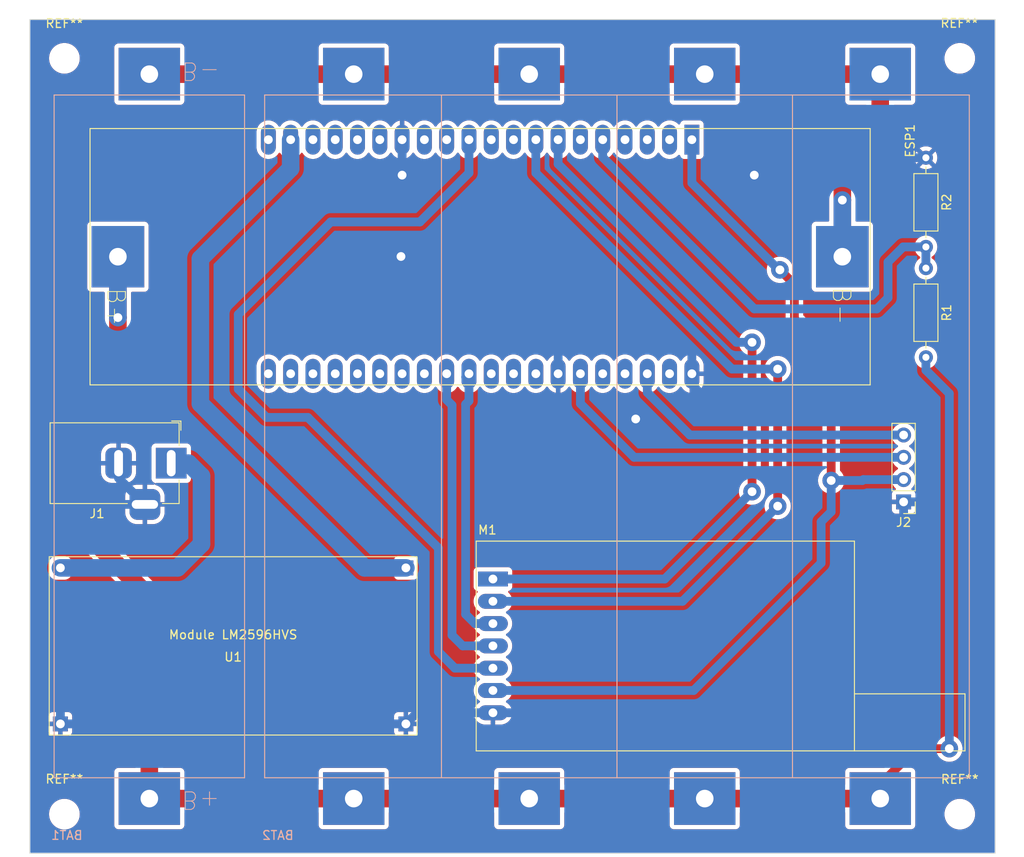
<source format=kicad_pcb>
(kicad_pcb (version 20241229) (generator "pcbnew") (generator_version "9.0")
  (layers (0 "F.Cu" signal) (2 "B.Cu" signal) (13 "F.Paste" user) (15 "B.Paste" user) (5 "F.SilkS" user "F.Silkscreen") (7 "B.SilkS" user "B.Silkscreen") (1 "F.Mask" user) (3 "B.Mask" user) (25 "Edge.Cuts" user))
  (net 0 "")
  (net 1 "B+")
  (net 2 "B-")
  (net 4 "GND")
  (net 7 "ESP32_UART_2_RX")
  (net 10 "E32_433T30D_M1")
  (net 12 "ESP32_UART_2_TX")
  (net 19 "+5V")
  (net 25 "E32_433T30D_M0")
  (net 26 "BATT_SENS")
  (net 29 "+3.3V")
  (net 31 "E32_433T30D_AUX")
  (net 32 "ESP32_I2C_SCL")
  (net 37 "ESP32_I2C_SDA")
  (net 39 "PWR")
  (footprint "MountingHole:MountingHole_3mm" (layer "F.Cu") (at 74.803 45.1358)
    (property "Reference" "REF**" (at 0 -4 0) (layer "F.SilkS"))
    (property "Value" "MountingHole_3mm")
    (pad "" np_thru_hole circle (at 0 -0.0254) (size 3 3) (drill 3) (layers "*.Cu" "*.Mask"))
  )
  (footprint "custom_lib:LM2596HVS_Module_PDIP" (layer "F.Cu") (at 94.0308 112.0648)
    (property "Reference" "U1" (at 0 1.27 0) (layer "F.SilkS"))
    (property "Value" "LM2596HVS_Module")
    (fp_rect (start -20.955 -10.16) (end 20.955 10.16) (stroke (width 0.12)) (fill no) (layer "F.SilkS"))
    (fp_text user "Module LM2596HVS" (at 0 -1.27 0) (layer "F.SilkS"))
    (pad "1" thru_hole roundrect (at -19.685 -8.89) (size 1.7 1.7) (drill 1) (layers "*.Cu" "*.Mask") (net 39 "PWR"))
    (pad "2" thru_hole rect (at -19.685 8.89) (size 1.7 1.7) (drill 1) (layers "*.Cu" "*.Mask") (net 4 "GND"))
    (pad "3" thru_hole rect (at 19.685 8.89) (size 1.7 1.7) (drill 1) (layers "*.Cu" "*.Mask") (net 4 "GND"))
    (pad "4" thru_hole rect (at 19.685 -8.89) (size 1.7 1.7) (drill 1) (layers "*.Cu" "*.Mask") (net 19 "+5V"))
  )
  (footprint "MountingHole:MountingHole_3mm" (layer "F.Cu") (at 176.784 45.1104)
    (property "Reference" "REF**" (at 0 -4 0) (layer "F.SilkS"))
    (property "Value" "MountingHole_3mm")
    (pad "" np_thru_hole circle (at 0.0508 0) (size 3 3) (drill 3) (layers "*.Cu" "*.Mask"))
  )
  (footprint "Connector_BarrelJack:BarrelJack_Horizontal" (layer "F.Cu") (at 86.9752 91.2445)
    (property "Reference" "J1" (at -8.45 5.75 0) (layer "F.SilkS"))
    (property "Value" "Jack P4 - Fonte")
    (fp_line (start -13.8 -4.6) (end 0.9 -4.6) (stroke (width 0.12)) (layer "F.SilkS"))
    (fp_line (start -13.8 4.6) (end -13.8 -4.6) (stroke (width 0.12)) (layer "F.SilkS"))
    (fp_line (start -5 4.6) (end -13.8 4.6) (stroke (width 0.12)) (layer "F.SilkS"))
    (fp_line (start 0.05 -4.8) (end 1.1 -4.8) (stroke (width 0.12)) (layer "F.SilkS"))
    (fp_line (start 0.9 -4.6) (end 0.9 -2) (stroke (width 0.12)) (layer "F.SilkS"))
    (fp_line (start 0.9 1.9) (end 0.9 4.6) (stroke (width 0.12)) (layer "F.SilkS"))
    (fp_line (start 0.9 4.6) (end -1 4.6) (stroke (width 0.12)) (layer "F.SilkS"))
    (fp_line (start 1.1 -3.75) (end 1.1 -4.8) (stroke (width 0.12)) (layer "F.SilkS"))
    (pad "1" thru_hole rect (at 0 0) (size 3.5 3.5) (drill oval 1 3) (layers "*.Cu" "*.Mask") (net 39 "PWR"))
    (pad "2" thru_hole roundrect (at -6 0) (size 3 3.5) (drill oval 1 3) (layers "*.Cu" "*.Mask") (net 4 "GND"))
    (pad "3" thru_hole roundrect (at -3 4.7) (size 3.5 3.5) (drill oval 3 1) (layers "*.Cu" "*.Mask") (net 4 "GND"))
  )
  (footprint "Custom:E32-433T30D LoRa Module" (layer "F.Cu") (at 123.6345 104.4448)
    (property "Reference" "M1" (at -0.635 -5.588 0) (layer "F.SilkS"))
    (property "Value" "E32-433T30D_LoRa_Module")
    (fp_line (start -1.905 -4.318) (end -1.905 19.582) (stroke (width 0.12)) (layer "F.SilkS"))
    (fp_line (start -1.905 -4.318) (end 41.195 -4.318) (stroke (width 0.12)) (layer "F.SilkS"))
    (fp_line (start -1.905 19.582) (end 41.195 19.582) (stroke (width 0.12)) (layer "F.SilkS"))
    (fp_line (start 41.195 -4.318) (end 41.195 19.582) (stroke (width 0.12)) (layer "F.SilkS"))
    (fp_line (start 41.195 13.082) (end 53.795 13.082) (stroke (width 0.12)) (layer "F.SilkS"))
    (fp_line (start 41.195 19.582) (end 53.795 19.582) (stroke (width 0.12)) (layer "F.SilkS"))
    (fp_line (start 53.795 13.082) (end 53.795 19.582) (stroke (width 0.12)) (layer "F.SilkS"))
    (pad "1" thru_hole rect (at 0 0) (size 3.4 1.7) (drill 1) (layers "*.Cu" "*.Mask") (net 25 "E32_433T30D_M0"))
    (pad "2" thru_hole oval (at 0 2.54) (size 3.4 1.7) (drill 1) (layers "*.Cu" "*.Mask") (net 10 "E32_433T30D_M1"))
    (pad "3" thru_hole oval (at 0 5.08) (size 3.4 1.7) (drill 1) (layers "*.Cu" "*.Mask") (net 12 "ESP32_UART_2_TX"))
    (pad "4" thru_hole oval (at 0 7.62) (size 3.4 1.7) (drill 1) (layers "*.Cu" "*.Mask") (net 7 "ESP32_UART_2_RX"))
    (pad "5" thru_hole oval (at 0 10.16) (size 3.4 1.7) (drill 1) (layers "*.Cu" "*.Mask") (net 31 "E32_433T30D_AUX"))
    (pad "6" thru_hole oval (at 0 12.7) (size 3.4 1.7) (drill 1) (layers "*.Cu" "*.Mask") (net 29 "+3.3V"))
    (pad "7" thru_hole oval (at 0 15.24) (size 3.4 1.7) (drill 1) (layers "*.Cu" "*.Mask") (net 4 "GND"))
  )
  (footprint "Connector_PinHeader_2.54mm:PinHeader_1x04_P2.54mm_Vertical" (layer "F.Cu") (at 170.434 95.6564 180)
    (property "Reference" "J2" (at 0 -2.33 0) (layer "F.SilkS"))
    (property "Value" "I2C_Out")
    (fp_line (start 1.33 1.27) (end 1.33 8.95) (stroke (width 0.12)) (layer "F.SilkS"))
    (fp_line (start -1.33 8.95) (end 1.33 8.95) (stroke (width 0.12)) (layer "F.SilkS"))
    (fp_line (start -1.33 1.27) (end 1.33 1.27) (stroke (width 0.12)) (layer "F.SilkS"))
    (fp_line (start -1.33 1.27) (end -1.33 8.95) (stroke (width 0.12)) (layer "F.SilkS"))
    (fp_line (start -1.33 0) (end -1.33 -1.33) (stroke (width 0.12)) (layer "F.SilkS"))
    (fp_line (start -1.33 -1.33) (end 0 -1.33) (stroke (width 0.12)) (layer "F.SilkS"))
    (pad "1" thru_hole rect (at 0 0 180) (size 1.7 1.7) (drill 1) (layers "*.Cu" "*.Mask") (net 4 "GND"))
    (pad "2" thru_hole oval (at 0 2.54 180) (size 1.7 1.7) (drill 1) (layers "*.Cu" "*.Mask") (net 29 "+3.3V"))
    (pad "3" thru_hole oval (at 0 5.08 180) (size 1.7 1.7) (drill 1) (layers "*.Cu" "*.Mask") (net 37 "ESP32_I2C_SDA"))
    (pad "4" thru_hole oval (at 0 7.62 180) (size 1.7 1.7) (drill 1) (layers "*.Cu" "*.Mask") (net 32 "ESP32_I2C_SCL"))
  )
  (footprint "Resistor_THT:R_Axial_DIN0207_L6.3mm_D2.5mm_P10.16mm_Horizontal" (layer "F.Cu") (at 172.974 69.0188 -90)
    (property "Reference" "R1" (at 5.08 -2.37 90) (layer "F.SilkS"))
    (property "Value" "2.2 kR")
    (fp_line (start 1.81 1.37) (end 8.35 1.37) (stroke (width 0.12)) (layer "F.SilkS"))
    (fp_line (start 8.35 1.37) (end 8.35 -1.37) (stroke (width 0.12)) (layer "F.SilkS"))
    (fp_line (start 1.04 0) (end 1.81 0) (stroke (width 0.12)) (layer "F.SilkS"))
    (fp_line (start 9.12 0) (end 8.35 0) (stroke (width 0.12)) (layer "F.SilkS"))
    (fp_line (start 1.81 -1.37) (end 1.81 1.37) (stroke (width 0.12)) (layer "F.SilkS"))
    (fp_line (start 8.35 -1.37) (end 1.81 -1.37) (stroke (width 0.12)) (layer "F.SilkS"))
    (pad "1" thru_hole circle (at 0 0 270) (size 1.6 1.6) (drill 0.8) (layers "*.Cu" "*.Mask") (net 26 "BATT_SENS"))
    (pad "2" thru_hole oval (at 10.16 0 270) (size 1.6 1.6) (drill 0.8) (layers "*.Cu" "*.Mask") (net 1 "B+"))
  )
  (footprint "MountingHole:MountingHole_3mm" (layer "F.Cu") (at 176.8348 131.2672)
    (property "Reference" "REF**" (at 0 -4 0) (layer "F.SilkS"))
    (property "Value" "MountingHole_3mm")
    (pad "" np_thru_hole circle (at 0 -0.0254) (size 3 3) (drill 3) (layers "*.Cu" "*.Mask"))
  )
  (footprint "Custom:WeMos ESP32 Board with 18650 Battery Holder" (layer "F.Cu") (at 146.304 54.3814 -90)
    (property "Reference" "ESP1" (at 0.126 -24.874 90) (layer "F.SilkS"))
    (property "Value" "WeMos_ESP32_Board_with_18650_Battery_Holder")
    (fp_line (start -1.27 68.58) (end 27.94 68.58) (stroke (width 0.12)) (layer "F.SilkS"))
    (fp_line (start -1.27 -20.32) (end -1.27 68.58) (stroke (width 0.12)) (layer "F.SilkS"))
    (fp_line (start -1.27 -20.32) (end 27.94 -20.32) (stroke (width 0.12)) (layer "F.SilkS"))
    (fp_line (start 27.94 -20.32) (end 27.94 68.58) (stroke (width 0.12)) (layer "F.SilkS"))
    (fp_text user "B+" (at 16.764 66.802 270) (layer "F.SilkS") (effects (font (size 2 2) (thickness 0.1)) (justify left bottom)))
    (fp_text user "B-" (at 16.637 -15.875 270) (layer "F.SilkS") (effects (font (size 2 2) (thickness 0.1)) (justify left bottom)))
    (pad "1" thru_hole rect (at 0 0 270) (size 3.4 1.7) (drill 1) (layers "*.Cu" "*.Mask") (net 29 "+3.3V"))
    (pad "2" thru_hole oval (at 0 2.54 270) (size 3.4 1.7) (drill 1) (layers "*.Cu" "*.Mask"))
    (pad "3" thru_hole oval (at 0 5.08 270) (size 3.4 1.7) (drill 1) (layers "*.Cu" "*.Mask"))
    (pad "4" thru_hole oval (at 0 7.62 270) (size 3.4 1.7) (drill 1) (layers "*.Cu" "*.Mask"))
    (pad "5" thru_hole oval (at 0 10.16 270) (size 3.4 1.7) (drill 1) (layers "*.Cu" "*.Mask") (net 26 "BATT_SENS"))
    (pad "6" thru_hole oval (at 0 12.7 270) (size 3.4 1.7) (drill 1) (layers "*.Cu" "*.Mask"))
    (pad "7" thru_hole oval (at 0 15.24 270) (size 3.4 1.7) (drill 1) (layers "*.Cu" "*.Mask") (net 25 "E32_433T30D_M0"))
    (pad "8" thru_hole oval (at 0 17.78 270) (size 3.4 1.7) (drill 1) (layers "*.Cu" "*.Mask") (net 10 "E32_433T30D_M1"))
    (pad "9" thru_hole oval (at 0 20.32 270) (size 3.4 1.7) (drill 1) (layers "*.Cu" "*.Mask"))
    (pad "10" thru_hole oval (at 0 22.86 270) (size 3.4 1.7) (drill 1) (layers "*.Cu" "*.Mask"))
    (pad "11" thru_hole oval (at 0 25.4 270) (size 3.4 1.7) (drill 1) (layers "*.Cu" "*.Mask") (net 31 "E32_433T30D_AUX"))
    (pad "12" thru_hole oval (at 0 27.94 270) (size 3.4 1.7) (drill 1) (layers "*.Cu" "*.Mask"))
    (pad "13" thru_hole oval (at 0 30.48 270) (size 3.4 1.7) (drill 1) (layers "*.Cu" "*.Mask"))
    (pad "14" thru_hole oval (at 0 33.02 270) (size 3.4 1.7) (drill 1) (layers "*.Cu" "*.Mask") (net 4 "GND"))
    (pad "15" thru_hole oval (at 0 35.56 270) (size 3.4 1.7) (drill 1) (layers "*.Cu" "*.Mask"))
    (pad "16" thru_hole oval (at 0 38.1 270) (size 3.4 1.7) (drill 1) (layers "*.Cu" "*.Mask"))
    (pad "17" thru_hole oval (at 0 40.64 270) (size 3.4 1.7) (drill 1) (layers "*.Cu" "*.Mask"))
    (pad "18" thru_hole oval (at 0 43.18 270) (size 3.4 1.7) (drill 1) (layers "*.Cu" "*.Mask"))
    (pad "19" thru_hole oval (at 0 45.72 270) (size 3.4 1.7) (drill 1) (layers "*.Cu" "*.Mask") (net 19 "+5V"))
    (pad "20" thru_hole oval (at 0 48.26 270) (size 3.4 1.7) (drill 1) (layers "*.Cu" "*.Mask"))
    (pad "21" thru_hole oval (at 26.67 48.26 270) (size 3.4 1.7) (drill 1) (layers "*.Cu" "*.Mask"))
    (pad "22" thru_hole oval (at 26.67 45.72 270) (size 3.4 1.7) (drill 1) (layers "*.Cu" "*.Mask"))
    (pad "23" thru_hole oval (at 26.67 43.18 270) (size 3.4 1.7) (drill 1) (layers "*.Cu" "*.Mask"))
    (pad "24" thru_hole oval (at 26.67 40.64 270) (size 3.4 1.7) (drill 1) (layers "*.Cu" "*.Mask"))
    (pad "25" thru_hole oval (at 26.67 38.1 270) (size 3.4 1.7) (drill 1) (layers "*.Cu" "*.Mask"))
    (pad "26" thru_hole oval (at 26.67 35.56 270) (size 3.4 1.7) (drill 1) (layers "*.Cu" "*.Mask"))
    (pad "27" thru_hole oval (at 26.67 33.02 270) (size 3.4 1.7) (drill 1) (layers "*.Cu" "*.Mask"))
    (pad "28" thru_hole oval (at 26.67 30.48 270) (size 3.4 1.7) (drill 1) (layers "*.Cu" "*.Mask"))
    (pad "29" thru_hole oval (at 26.67 27.94 270) (size 3.4 1.7) (drill 1) (layers "*.Cu" "*.Mask") (net 7 "ESP32_UART_2_RX"))
    (pad "30" thru_hole oval (at 26.67 25.4 270) (size 3.4 1.7) (drill 1) (layers "*.Cu" "*.Mask") (net 12 "ESP32_UART_2_TX"))
    (pad "31" thru_hole oval (at 26.67 22.86 270) (size 3.4 1.7) (drill 1) (layers "*.Cu" "*.Mask"))
    (pad "32" thru_hole oval (at 26.67 20.32 270) (size 3.4 1.7) (drill 1) (layers "*.Cu" "*.Mask"))
    (pad "33" thru_hole oval (at 26.67 17.78 270) (size 3.4 1.7) (drill 1) (layers "*.Cu" "*.Mask"))
    (pad "34" thru_hole oval (at 26.67 15.24 270) (size 3.4 1.7) (drill 1) (layers "*.Cu" "*.Mask") (net 4 "GND"))
    (pad "35" thru_hole oval (at 26.67 12.7 270) (size 3.4 1.7) (drill 1) (layers "*.Cu" "*.Mask") (net 37 "ESP32_I2C_SDA"))
    (pad "36" thru_hole oval (at 26.67 10.16 270) (size 3.4 1.7) (drill 1) (layers "*.Cu" "*.Mask"))
    (pad "37" thru_hole oval (at 26.67 7.62 270) (size 3.4 1.7) (drill 1) (layers "*.Cu" "*.Mask"))
    (pad "38" thru_hole oval (at 26.67 5.08 270) (size 3.4 1.7) (drill 1) (layers "*.Cu" "*.Mask") (net 32 "ESP32_I2C_SCL"))
    (pad "39" thru_hole oval (at 26.67 2.54 270) (size 3.4 1.7) (drill 1) (layers "*.Cu" "*.Mask"))
    (pad "40" thru_hole oval (at 26.67 0 270) (size 3.4 1.7) (drill 1) (layers "*.Cu" "*.Mask") (net 4 "GND"))
    (pad "41" thru_hole rect (at 13.335 -17.145 270) (size 7 6) (drill 2) (layers "*.Cu" "*.Mask") (net 2 "B-"))
    (pad "42" thru_hole rect (at 13.335 65.405 270) (size 7 6) (drill 2) (layers "*.Cu" "*.Mask") (net 1 "B+"))
  )
  (footprint "Resistor_THT:R_Axial_DIN0207_L6.3mm_D2.5mm_P10.16mm_Horizontal" (layer "F.Cu") (at 172.974 56.4388 -90)
    (property "Reference" "R2" (at 5.08 -2.37 90) (layer "F.SilkS"))
    (property "Value" "1 kR")
    (fp_line (start 1.81 1.37) (end 8.35 1.37) (stroke (width 0.12)) (layer "F.SilkS"))
    (fp_line (start 8.35 1.37) (end 8.35 -1.37) (stroke (width 0.12)) (layer "F.SilkS"))
    (fp_line (start 1.04 0) (end 1.81 0) (stroke (width 0.12)) (layer "F.SilkS"))
    (fp_line (start 9.12 0) (end 8.35 0) (stroke (width 0.12)) (layer "F.SilkS"))
    (fp_line (start 1.81 -1.37) (end 1.81 1.37) (stroke (width 0.12)) (layer "F.SilkS"))
    (fp_line (start 8.35 -1.37) (end 1.81 -1.37) (stroke (width 0.12)) (layer "F.SilkS"))
    (pad "1" thru_hole circle (at 0 0 270) (size 1.6 1.6) (drill 0.8) (layers "*.Cu" "*.Mask") (net 4 "GND"))
    (pad "2" thru_hole oval (at 10.16 0 270) (size 1.6 1.6) (drill 0.8) (layers "*.Cu" "*.Mask") (net 26 "BATT_SENS"))
  )
  (footprint "MountingHole:MountingHole_3mm" (layer "F.Cu") (at 74.803 131.2418)
    (property "Reference" "REF**" (at 0 -4 0) (layer "F.SilkS"))
    (property "Value" "MountingHole_3mm")
    (pad "" np_thru_hole circle (at 0 0) (size 3 3) (drill 3) (layers "*.Cu" "*.Mask"))
  )
  (footprint "Custom:18650 Battery Holder - 1S" (layer "B.Cu") (at 84.48135 129.4638)
    (property "Reference" "BAT1" (at -9.398 4.191 180) (layer "B.SilkS") (effects (justify mirror)))
    (property "Value" "18650_Battery_Holder_-_1S")
    (fp_line (start -10.85 -80.175) (end 10.85 -80.175) (stroke (width 0.12)) (layer "B.SilkS"))
    (fp_line (start -10.85 -2.375) (end -10.85 -80.175) (stroke (width 0.12)) (layer "B.SilkS"))
    (fp_line (start -10.85 -2.375) (end 10.85 -2.375) (stroke (width 0.12)) (layer "B.SilkS"))
    (fp_line (start 10.85 -2.375) (end 10.85 -80.175) (stroke (width 0.12)) (layer "B.SilkS"))
    (fp_text user "B-" (at 3.556 -84.074 180) (layer "B.SilkS") (effects (font (size 2 2) (thickness 0.1)) (justify left bottom mirror)))
    (fp_text user "B+" (at 3.556 -1.016 180) (layer "B.SilkS") (effects (font (size 2 2) (thickness 0.1)) (justify left bottom mirror)))
    (pad "1" thru_hole rect (at 0 0) (size 7 6) (drill 2) (layers "*.Cu" "*.Mask") (net 1 "B+"))
    (pad "2" thru_hole rect (at 0 -82.55) (size 7 6) (drill 2) (layers "*.Cu" "*.Mask") (net 2 "B-"))
  )
  (footprint "Custom:18650 Battery Holder - 4S" (layer "B.Cu") (at 107.7696 129.4638)
    (property "Reference" "BAT2" (at -8.636 4.191 180) (layer "B.SilkS") (effects (justify mirror)))
    (property "Value" "18650_Battery_Holder_-_4S")
    (fp_line (start -10.15 -80.175) (end 70.15 -80.175) (stroke (width 0.12)) (layer "B.SilkS"))
    (fp_line (start -10.15 -2.375) (end -10.15 -80.175) (stroke (width 0.12)) (layer "B.SilkS"))
    (fp_line (start -10.15 -2.375) (end 70.15 -2.375) (stroke (width 0.12)) (layer "B.SilkS"))
    (fp_line (start 10 -2.413) (end 10 -80.137) (stroke (width 0.12)) (layer "B.SilkS"))
    (fp_line (start 30 -2.375) (end 30 -80.137) (stroke (width 0.12)) (layer "B.SilkS"))
    (fp_line (start 50 -2.413) (end 50 -80.137) (stroke (width 0.12)) (layer "B.SilkS"))
    (fp_line (start 70.15 -2.375) (end 70.15 -80.175) (stroke (width 0.12)) (layer "B.SilkS"))
    (pad "1" thru_hole rect (at 0 0) (size 7 6) (drill 2) (layers "*.Cu" "*.Mask") (net 1 "B+"))
    (pad "2" thru_hole rect (at 0 -82.55) (size 7 6) (drill 2) (layers "*.Cu" "*.Mask") (net 2 "B-"))
    (pad "3" thru_hole rect (at 20 0) (size 7 6) (drill 2) (layers "*.Cu" "*.Mask") (net 1 "B+"))
    (pad "4" thru_hole rect (at 20 -82.55) (size 7 6) (drill 2) (layers "*.Cu" "*.Mask") (net 2 "B-"))
    (pad "5" thru_hole rect (at 40 0) (size 7 6) (drill 2) (layers "*.Cu" "*.Mask") (net 1 "B+"))
    (pad "6" thru_hole rect (at 40 -82.55) (size 7 6) (drill 2) (layers "*.Cu" "*.Mask") (net 2 "B-"))
    (pad "7" thru_hole rect (at 60 0) (size 7 6) (drill 2) (layers "*.Cu" "*.Mask") (net 1 "B+"))
    (pad "8" thru_hole rect (at 60 -82.55) (size 7 6) (drill 2) (layers "*.Cu" "*.Mask") (net 2 "B-"))
  )
  (gr_rect (start 70.866 40.6908) (end 180.866 135.6908) (stroke (width 0.1)) (fill no) (layer "Edge.Cuts"))
  (segment (start 80.899 74.6506) (end 80.899 67.7164) (width 2) (layer "F.Cu") (net 1))
  (segment (start 167.7696 127.861) (end 167.7696 129.4638) (width 1) (layer "F.Cu") (net 1))
  (segment (start 147.7696 129.4638) (end 167.7696 129.4638) (width 2) (layer "F.Cu") (net 1))
  (segment (start 84.48135 106.45235) (end 76.073 98.044) (width 2) (layer "F.Cu") (net 1))
  (segment (start 84.48135 129.4638) (end 107.7696 129.4638) (width 2) (layer "F.Cu") (net 1))
  (segment (start 171.8564 123.7742) (end 167.7696 127.861) (width 1) (layer "F.Cu") (net 1))
  (segment (start 107.7696 129.4638) (end 127.7696 129.4638) (width 2) (layer "F.Cu") (net 1))
  (segment (start 175.641 123.7742) (end 171.8564 123.7742) (width 1) (layer "F.Cu") (net 1))
  (segment (start 76.073 82.804) (end 80.899 77.978) (width 2) (layer "F.Cu") (net 1))
  (segment (start 76.073 98.044) (end 76.073 82.804) (width 2) (layer "F.Cu") (net 1))
  (segment (start 84.48135 129.4638) (end 84.48135 106.45235) (width 2) (layer "F.Cu") (net 1))
  (segment (start 127.7696 129.4638) (end 147.7696 129.4638) (width 2) (layer "F.Cu") (net 1))
  (segment (start 80.899 77.978) (end 80.899 74.6506) (width 2) (layer "F.Cu") (net 1))
  (via (at 175.641 123.7742) (size 2) (drill 1) (layers "F.Cu" "B.Cu") (net 1))
  (via (at 80.899 74.6506) (size 2) (drill 1) (layers "F.Cu" "B.Cu") (net 1))
  (segment (start 80.899 67.7164) (end 80.899 74.6506) (width 2) (layer "B.Cu") (net 1))
  (segment (start 172.974 80.645) (end 172.974 79.1788) (width 1) (layer "B.Cu") (net 1))
  (segment (start 175.641 83.312) (end 172.974 80.645) (width 1) (layer "B.Cu") (net 1))
  (segment (start 175.641 123.7742) (end 175.641 83.312) (width 1) (layer "B.Cu") (net 1))
  (segment (start 163.449 61.2648) (end 163.449 58.166) (width 2) (layer "F.Cu") (net 2))
  (segment (start 127.7696 46.9138) (end 147.7696 46.9138) (width 2) (layer "F.Cu") (net 2))
  (segment (start 167.7696 53.8454) (end 167.7696 46.9138) (width 2) (layer "F.Cu") (net 2))
  (segment (start 147.7696 46.9138) (end 167.7696 46.9138) (width 2) (layer "F.Cu") (net 2))
  (segment (start 163.449 67.7164) (end 163.449 61.2648) (width 2) (layer "F.Cu") (net 2))
  (segment (start 84.48135 46.9138) (end 107.7696 46.9138) (width 2) (layer "F.Cu") (net 2))
  (segment (start 107.7696 46.9138) (end 127.7696 46.9138) (width 2) (layer "F.Cu") (net 2))
  (segment (start 163.449 58.166) (end 167.7696 53.8454) (width 2) (layer "F.Cu") (net 2))
  (via (at 163.449 61.2648) (size 2) (drill 1) (layers "F.Cu" "B.Cu") (net 2))
  (segment (start 163.449 67.7164) (end 163.449 61.2648) (width 2) (layer "B.Cu") (net 2))
  (segment (start 113.284 58.42) (end 113.284 67.564) (width 1) (layer "F.Cu") (net 4))
  (segment (start 113.284 67.564) (end 113.157 67.691) (width 1) (layer "F.Cu") (net 4))
  (segment (start 113.284 58.42) (end 153.416 58.42) (width 1) (layer "F.Cu") (net 4))
  (via (at 139.9032 86.2076) (size 2) (drill 1) (layers "F.Cu" "B.Cu") (net 4))
  (via (at 113.284 58.42) (size 2) (drill 1) (layers "F.Cu" "B.Cu") (net 4))
  (via (at 153.416 58.42) (size 2) (drill 1) (layers "F.Cu" "B.Cu") (net 4))
  (via (at 113.157 67.691) (size 2) (drill 1) (layers "F.Cu" "B.Cu") (net 4))
  (segment (start 172.212 84.201) (end 173.482 85.471) (width 1) (layer "B.Cu") (net 4))
  (segment (start 72.136 100.584) (end 76.7755 95.9445) (width 1) (layer "B.Cu") (net 4))
  (segment (start 146.304 81.0514) (end 146.304 82.296) (width 1) (layer "B.Cu") (net 4))
  (segment (start 168.9862 56.4388) (end 172.974 56.4388) (width 1) (layer "B.Cu") (net 4))
  (segment (start 74.3458 120.9548) (end 113.7158 120.9548) (width 1) (layer "B.Cu") (net 4))
  (segment (start 173.482 94.996) (end 172.8216 95.6564) (width 1) (layer "B.Cu") (net 4))
  (segment (start 155.575 85.471) (end 156.845 84.201) (width 1) (layer "B.Cu") (net 4))
  (segment (start 114.9858 119.6848) (end 113.7158 120.9548) (width 1) (layer "B.Cu") (net 4))
  (segment (start 156.845 84.201) (end 172.212 84.201) (width 1) (layer "B.Cu") (net 4))
  (segment (start 153.416 58.42) (end 167.005 58.42) (width 1) (layer "B.Cu") (net 4))
  (segment (start 126.492 73.533) (end 131.064 78.105) (width 1) (layer "B.Cu") (net 4))
  (segment (start 173.482 85.471) (end 173.482 94.996) (width 1) (layer "B.Cu") (net 4))
  (segment (start 80.9752 91.2445) (end 80.9752 92.9445) (width 1) (layer "B.Cu") (net 4))
  (segment (start 80.9752 92.9445) (end 83.9752 95.9445) (width 1) (layer "B.Cu") (net 4))
  (segment (start 146.304 81.0514) (end 146.304 78.359) (width 1) (layer "B.Cu") (net 4))
  (segment (start 167.005 58.42) (end 168.9862 56.4388) (width 1) (layer "B.Cu") (net 4))
  (segment (start 74.3458 120.9548) (end 74.3458 115.3668) (width 1) (layer "B.Cu") (net 4))
  (segment (start 146.304 78.359) (end 144.78 76.835) (width 1) (layer "B.Cu") (net 4))
  (segment (start 72.136 113.157) (end 72.136 100.584) (width 1) (layer "B.Cu") (net 4))
  (segment (start 76.7755 95.9445) (end 83.9752 95.9445) (width 1) (layer "B.Cu") (net 4))
  (segment (start 131.064 78.105) (end 131.064 81.0514) (width 1) (layer "B.Cu") (net 4))
  (segment (start 132.334 76.835) (end 131.064 78.105) (width 1) (layer "B.Cu") (net 4))
  (segment (start 149.479 85.471) (end 155.575 85.471) (width 1) (layer "B.Cu") (net 4))
  (segment (start 123.6345 119.6848) (end 158.1912 119.6848) (width 1) (layer "B.Cu") (net 4))
  (segment (start 118.999 73.533) (end 126.492 73.533) (width 1) (layer "B.Cu") (net 4))
  (segment (start 144.78 76.835) (end 132.334 76.835) (width 1) (layer "B.Cu") (net 4))
  (segment (start 172.8216 95.6564) (end 170.434 95.6564) (width 1) (layer "B.Cu") (net 4))
  (segment (start 74.3458 115.3668) (end 72.136 113.157) (width 1) (layer "B.Cu") (net 4))
  (segment (start 146.304 82.296) (end 149.479 85.471) (width 1) (layer "B.Cu") (net 4))
  (segment (start 123.6345 119.6848) (end 114.9858 119.6848) (width 1) (layer "B.Cu") (net 4))
  (segment (start 113.284 54.3814) (end 113.284 58.42) (width 1) (layer "B.Cu") (net 4))
  (segment (start 170.434 107.442) (end 170.434 95.6564) (width 1) (layer "B.Cu") (net 4))
  (segment (start 113.157 67.691) (end 118.999 73.533) (width 1) (layer "B.Cu") (net 4))
  (segment (start 158.1912 119.6848) (end 170.434 107.442) (width 1) (layer "B.Cu") (net 4))
  (segment (start 123.6345 112.0648) (end 120.1928 112.0648) (width 1) (layer "B.Cu") (net 7))
  (segment (start 118.364 84.0232) (end 118.364 81.0514) (width 1) (layer "B.Cu") (net 7))
  (segment (start 118.9736 110.8456) (end 118.9736 84.6328) (width 1) (layer "B.Cu") (net 7))
  (segment (start 120.1928 112.0648) (end 118.9736 110.8456) (width 1) (layer "B.Cu") (net 7))
  (segment (start 118.9736 84.6328) (end 118.364 84.0232) (width 1) (layer "B.Cu") (net 7))
  (segment (start 156.083 80.518) (end 156.083 96.139) (width 1) (layer "F.Cu") (net 10))
  (via (at 156.083 96.139) (size 2) (drill 1) (layers "F.Cu" "B.Cu") (net 10))
  (via (at 156.083 80.518) (size 2) (drill 1) (layers "F.Cu" "B.Cu") (net 10))
  (segment (start 128.524 58.166) (end 128.524 54.3814) (width 1) (layer "B.Cu") (net 10))
  (segment (start 156.083 80.518) (end 150.876 80.518) (width 1) (layer "B.Cu") (net 10))
  (segment (start 123.6345 106.9848) (end 145.2372 106.9848) (width 1) (layer "B.Cu") (net 10))
  (segment (start 150.876 80.518) (end 128.524 58.166) (width 1) (layer "B.Cu") (net 10))
  (segment (start 145.2372 106.9848) (end 156.083 96.139) (width 1) (layer "B.Cu") (net 10))
  (segment (start 121.5898 109.5248) (end 120.523 108.458) (width 1) (layer "B.Cu") (net 12))
  (segment (start 123.6345 109.5248) (end 121.5898 109.5248) (width 1) (layer "B.Cu") (net 12))
  (segment (start 120.523 81.4324) (end 120.904 81.0514) (width 1) (layer "B.Cu") (net 12))
  (segment (start 120.523 108.458) (end 120.523 84.5312) (width 1) (layer "B.Cu") (net 12))
  (segment (start 120.904 84.1502) (end 120.904 81.0514) (width 1) (layer "B.Cu") (net 12))
  (segment (start 120.523 84.5312) (end 120.904 84.1502) (width 1) (layer "B.Cu") (net 12))
  (segment (start 90.297 67.945) (end 100.584 57.658) (width 2) (layer "B.Cu") (net 19))
  (segment (start 109.0168 103.1748) (end 90.297 84.455) (width 2) (layer "B.Cu") (net 19))
  (segment (start 100.584 57.658) (end 100.584 54.3814) (width 2) (layer "B.Cu") (net 19))
  (segment (start 113.7158 103.1748) (end 109.0168 103.1748) (width 2) (layer "B.Cu") (net 19))
  (segment (start 90.297 84.455) (end 90.297 67.945) (width 2) (layer "B.Cu") (net 19))
  (segment (start 153.162 77.47) (end 153.162 94.488) (width 1) (layer "F.Cu") (net 25))
  (via (at 153.162 94.488) (size 2) (drill 1) (layers "F.Cu" "B.Cu") (net 25))
  (via (at 153.162 77.47) (size 2) (drill 1) (layers "F.Cu" "B.Cu") (net 25))
  (segment (start 123.6345 104.4448) (end 143.2052 104.4448) (width 1) (layer "B.Cu") (net 25))
  (segment (start 131.064 57.15) (end 131.064 54.3814) (width 1) (layer "B.Cu") (net 25))
  (segment (start 143.2052 104.4448) (end 153.162 94.488) (width 1) (layer "B.Cu") (net 25))
  (segment (start 153.162 77.47) (end 151.384 77.47) (width 1) (layer "B.Cu") (net 25))
  (segment (start 151.384 77.47) (end 131.064 57.15) (width 1) (layer "B.Cu") (net 25))
  (segment (start 170.3832 66.5988) (end 168.656 68.326) (width 1) (layer "B.Cu") (net 26))
  (segment (start 136.144 56.388) (end 136.144 54.3814) (width 1) (layer "B.Cu") (net 26))
  (segment (start 168.656 68.326) (end 168.656 72.39) (width 1) (layer "B.Cu") (net 26))
  (segment (start 153.416 73.66) (end 136.144 56.388) (width 1) (layer "B.Cu") (net 26))
  (segment (start 167.386 73.66) (end 153.416 73.66) (width 1) (layer "B.Cu") (net 26))
  (segment (start 172.974 66.5988) (end 170.3832 66.5988) (width 1) (layer "B.Cu") (net 26))
  (segment (start 172.974 66.5988) (end 172.974 69.0188) (width 1) (layer "B.Cu") (net 26))
  (segment (start 168.656 72.39) (end 167.386 73.66) (width 1) (layer "B.Cu") (net 26))
  (segment (start 157.988 74.803) (end 162.179 78.994) (width 1) (layer "F.Cu") (net 29))
  (segment (start 157.988 70.866) (end 157.988 74.803) (width 1) (layer "F.Cu") (net 29))
  (segment (start 156.337 69.215) (end 157.988 70.866) (width 1) (layer "F.Cu") (net 29))
  (segment (start 162.179 78.994) (end 162.179 93.218) (width 1) (layer "F.Cu") (net 29))
  (via (at 156.337 69.215) (size 2) (drill 1) (layers "F.Cu" "B.Cu") (net 29))
  (via (at 162.179 93.218) (size 2) (drill 1) (layers "F.Cu" "B.Cu") (net 29))
  (segment (start 146.5072 117.1448) (end 161.036 102.616) (width 1) (layer "B.Cu") (net 29))
  (segment (start 165.735 93.218) (end 165.8366 93.1164) (width 1) (layer "B.Cu") (net 29))
  (segment (start 162.179 96.774) (end 161.036 97.917) (width 1) (layer "B.Cu") (net 29))
  (segment (start 165.8366 93.1164) (end 170.434 93.1164) (width 1) (layer "B.Cu") (net 29))
  (segment (start 151.003 64.008) (end 156.21 69.215) (width 1) (layer "B.Cu") (net 29))
  (segment (start 161.036 102.616) (end 161.036 97.917) (width 1) (layer "B.Cu") (net 29))
  (segment (start 146.304 54.3814) (end 146.304 59.309) (width 1) (layer "B.Cu") (net 29))
  (segment (start 162.179 93.218) (end 162.179 96.774) (width 1) (layer "B.Cu") (net 29))
  (segment (start 123.6345 117.1448) (end 146.5072 117.1448) (width 1) (layer "B.Cu") (net 29))
  (segment (start 162.179 93.218) (end 165.735 93.218) (width 1) (layer "B.Cu") (net 29))
  (segment (start 146.304 59.309) (end 151.003 64.008) (width 1) (layer "B.Cu") (net 29))
  (segment (start 156.21 69.215) (end 156.337 69.215) (width 1) (layer "B.Cu") (net 29))
  (segment (start 94.615 74.295) (end 94.615 82.804) (width 1) (layer "B.Cu") (net 31))
  (segment (start 117.4242 100.9142) (end 117.4242 112.7252) (width 1) (layer "B.Cu") (net 31))
  (segment (start 120.904 54.3814) (end 120.904 58.166) (width 1) (layer "B.Cu") (net 31))
  (segment (start 117.4242 112.7252) (end 119.3038 114.6048) (width 1) (layer "B.Cu") (net 31))
  (segment (start 119.3038 114.6048) (end 123.6345 114.6048) (width 1) (layer "B.Cu") (net 31))
  (segment (start 120.904 58.166) (end 115.316 63.754) (width 1) (layer "B.Cu") (net 31))
  (segment (start 105.156 63.754) (end 94.615 74.295) (width 1) (layer "B.Cu") (net 31))
  (segment (start 94.615 82.804) (end 97.8408 86.0298) (width 1) (layer "B.Cu") (net 31))
  (segment (start 115.316 63.754) (end 105.156 63.754) (width 1) (layer "B.Cu") (net 31))
  (segment (start 97.8408 86.0298) (end 102.5398 86.0298) (width 1) (layer "B.Cu") (net 31))
  (segment (start 102.5398 86.0298) (end 117.4242 100.9142) (width 1) (layer "B.Cu") (net 31))
  (segment (start 146.0754 88.0364) (end 141.224 83.185) (width 1) (layer "B.Cu") (net 32))
  (segment (start 141.224 83.185) (end 141.224 81.0514) (width 1) (layer "B.Cu") (net 32))
  (segment (start 170.434 88.0364) (end 146.0754 88.0364) (width 1) (layer "B.Cu") (net 32))
  (segment (start 170.434 90.5764) (end 139.7254 90.5764) (width 1) (layer "B.Cu") (net 37))
  (segment (start 133.604 84.455) (end 133.604 81.0514) (width 1) (layer "B.Cu") (net 37))
  (segment (start 139.7254 90.5764) (end 133.604 84.455) (width 1) (layer "B.Cu") (net 37))
  (segment (start 90.424 92.71) (end 90.424 100.457) (width 2) (layer "B.Cu") (net 39))
  (segment (start 87.7062 103.1748) (end 74.3458 103.1748) (width 2) (layer "B.Cu") (net 39))
  (segment (start 88.9585 91.2445) (end 90.424 92.71) (width 2) (layer "B.Cu") (net 39))
  (segment (start 86.9752 91.2445) (end 88.9585 91.2445) (width 2) (layer "B.Cu") (net 39))
  (segment (start 90.424 100.457) (end 87.7062 103.1748) (width 2) (layer "B.Cu") (net 39))
  (zone (net 4) (net_name "GND") (layers "F.Cu" "B.Cu") (connect_pads (clearance 0.5)) (min_thickness 0.25) (fill yes (thermal_gap 0.5) (thermal_bridge_width 0.5))
    (polygon (pts (xy 70.866 40.6908) (xy 70.866 135.6868) (xy 180.848 135.6868) (xy 180.848 40.6908)))
  )
)
</source>
